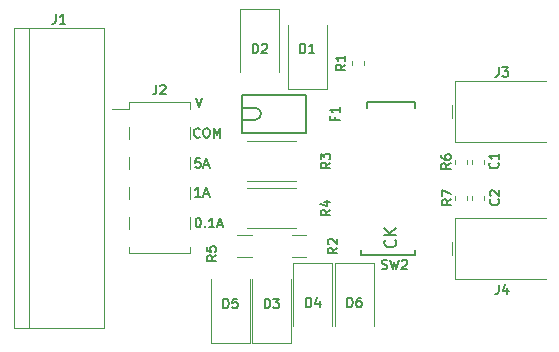
<source format=gto>
G04 #@! TF.GenerationSoftware,KiCad,Pcbnew,5.1.9-73d0e3b20d~88~ubuntu20.04.1*
G04 #@! TF.CreationDate,2021-08-23T08:34:32+03:00*
G04 #@! TF.ProjectId,multirange_adapter,6d756c74-6972-4616-9e67-655f61646170,rev?*
G04 #@! TF.SameCoordinates,Original*
G04 #@! TF.FileFunction,Legend,Top*
G04 #@! TF.FilePolarity,Positive*
%FSLAX46Y46*%
G04 Gerber Fmt 4.6, Leading zero omitted, Abs format (unit mm)*
G04 Created by KiCad (PCBNEW 5.1.9-73d0e3b20d~88~ubuntu20.04.1) date 2021-08-23 08:34:32*
%MOMM*%
%LPD*%
G01*
G04 APERTURE LIST*
%ADD10C,0.150000*%
%ADD11C,0.120000*%
%ADD12C,0.350000*%
%ADD13R,2.600000X1.100000*%
%ADD14R,3.150000X1.000000*%
%ADD15C,5.500000*%
%ADD16C,3.000000*%
%ADD17R,3.000000X3.000000*%
%ADD18R,1.800000X2.500000*%
G04 APERTURE END LIST*
D10*
X88247619Y-106311904D02*
X88323809Y-106311904D01*
X88400000Y-106350000D01*
X88438095Y-106388095D01*
X88476190Y-106464285D01*
X88514285Y-106616666D01*
X88514285Y-106807142D01*
X88476190Y-106959523D01*
X88438095Y-107035714D01*
X88400000Y-107073809D01*
X88323809Y-107111904D01*
X88247619Y-107111904D01*
X88171428Y-107073809D01*
X88133333Y-107035714D01*
X88095238Y-106959523D01*
X88057142Y-106807142D01*
X88057142Y-106616666D01*
X88095238Y-106464285D01*
X88133333Y-106388095D01*
X88171428Y-106350000D01*
X88247619Y-106311904D01*
X88857142Y-107035714D02*
X88895238Y-107073809D01*
X88857142Y-107111904D01*
X88819047Y-107073809D01*
X88857142Y-107035714D01*
X88857142Y-107111904D01*
X89657142Y-107111904D02*
X89200000Y-107111904D01*
X89428571Y-107111904D02*
X89428571Y-106311904D01*
X89352380Y-106426190D01*
X89276190Y-106502380D01*
X89200000Y-106540476D01*
X89961904Y-106883333D02*
X90342857Y-106883333D01*
X89885714Y-107111904D02*
X90152380Y-106311904D01*
X90419047Y-107111904D01*
X88485714Y-104511904D02*
X88028571Y-104511904D01*
X88257142Y-104511904D02*
X88257142Y-103711904D01*
X88180952Y-103826190D01*
X88104761Y-103902380D01*
X88028571Y-103940476D01*
X88790476Y-104283333D02*
X89171428Y-104283333D01*
X88714285Y-104511904D02*
X88980952Y-103711904D01*
X89247619Y-104511904D01*
X88447619Y-101261904D02*
X88066666Y-101261904D01*
X88028571Y-101642857D01*
X88066666Y-101604761D01*
X88142857Y-101566666D01*
X88333333Y-101566666D01*
X88409523Y-101604761D01*
X88447619Y-101642857D01*
X88485714Y-101719047D01*
X88485714Y-101909523D01*
X88447619Y-101985714D01*
X88409523Y-102023809D01*
X88333333Y-102061904D01*
X88142857Y-102061904D01*
X88066666Y-102023809D01*
X88028571Y-101985714D01*
X88790476Y-101833333D02*
X89171428Y-101833333D01*
X88714285Y-102061904D02*
X88980952Y-101261904D01*
X89247619Y-102061904D01*
X88421428Y-99435714D02*
X88383333Y-99473809D01*
X88269047Y-99511904D01*
X88192857Y-99511904D01*
X88078571Y-99473809D01*
X88002380Y-99397619D01*
X87964285Y-99321428D01*
X87926190Y-99169047D01*
X87926190Y-99054761D01*
X87964285Y-98902380D01*
X88002380Y-98826190D01*
X88078571Y-98750000D01*
X88192857Y-98711904D01*
X88269047Y-98711904D01*
X88383333Y-98750000D01*
X88421428Y-98788095D01*
X88916666Y-98711904D02*
X89069047Y-98711904D01*
X89145238Y-98750000D01*
X89221428Y-98826190D01*
X89259523Y-98978571D01*
X89259523Y-99245238D01*
X89221428Y-99397619D01*
X89145238Y-99473809D01*
X89069047Y-99511904D01*
X88916666Y-99511904D01*
X88840476Y-99473809D01*
X88764285Y-99397619D01*
X88726190Y-99245238D01*
X88726190Y-98978571D01*
X88764285Y-98826190D01*
X88840476Y-98750000D01*
X88916666Y-98711904D01*
X89602380Y-99511904D02*
X89602380Y-98711904D01*
X89869047Y-99283333D01*
X90135714Y-98711904D01*
X90135714Y-99511904D01*
X88083333Y-96161904D02*
X88350000Y-96961904D01*
X88616666Y-96161904D01*
D11*
G04 #@! TO.C,J4*
X117690000Y-111460000D02*
X109990000Y-111460000D01*
X109990000Y-106340000D02*
X109990000Y-111460000D01*
X117690000Y-106340000D02*
X109990000Y-106340000D01*
X109790000Y-109450000D02*
X109790000Y-108350000D01*
G04 #@! TO.C,J3*
X117690000Y-99860000D02*
X109990000Y-99860000D01*
X109990000Y-94740000D02*
X109990000Y-99860000D01*
X117690000Y-94740000D02*
X109990000Y-94740000D01*
X109790000Y-97850000D02*
X109790000Y-96750000D01*
G04 #@! TO.C,C2*
X112510000Y-104762779D02*
X112510000Y-104437221D01*
X111490000Y-104762779D02*
X111490000Y-104437221D01*
G04 #@! TO.C,C1*
X111490000Y-101424721D02*
X111490000Y-101750279D01*
X112510000Y-101424721D02*
X112510000Y-101750279D01*
G04 #@! TO.C,R7*
X111010000Y-104762779D02*
X111010000Y-104437221D01*
X109990000Y-104762779D02*
X109990000Y-104437221D01*
G04 #@! TO.C,R6*
X109990000Y-101437221D02*
X109990000Y-101762779D01*
X111010000Y-101437221D02*
X111010000Y-101762779D01*
G04 #@! TO.C,R1*
X102310000Y-93362779D02*
X102310000Y-93037221D01*
X101290000Y-93362779D02*
X101290000Y-93037221D01*
G04 #@! TO.C,J2*
X87600000Y-106200000D02*
X87600000Y-107220000D01*
X82400000Y-106200000D02*
X82400000Y-107220000D01*
X87600000Y-103660000D02*
X87600000Y-104680000D01*
X82400000Y-103660000D02*
X82400000Y-104680000D01*
X87600000Y-101120000D02*
X87600000Y-102140000D01*
X82400000Y-101120000D02*
X82400000Y-102140000D01*
X87600000Y-98580000D02*
X87600000Y-99600000D01*
X82400000Y-98580000D02*
X82400000Y-99600000D01*
X87600000Y-108740000D02*
X87600000Y-109310000D01*
X82400000Y-108740000D02*
X82400000Y-109310000D01*
X87600000Y-96490000D02*
X87600000Y-97060000D01*
X82400000Y-96490000D02*
X82400000Y-97060000D01*
X80960000Y-97060000D02*
X82400000Y-97060000D01*
X82400000Y-109310000D02*
X87600000Y-109310000D01*
X82400000Y-96490000D02*
X87600000Y-96490000D01*
G04 #@! TO.C,R3*
X96552064Y-99790000D02*
X92447936Y-99790000D01*
X96552064Y-103210000D02*
X92447936Y-103210000D01*
G04 #@! TO.C,R5*
X92802064Y-107790000D02*
X91597936Y-107790000D01*
X92802064Y-109610000D02*
X91597936Y-109610000D01*
G04 #@! TO.C,R2*
X96197936Y-109610000D02*
X97402064Y-109610000D01*
X96197936Y-107790000D02*
X97402064Y-107790000D01*
D10*
G04 #@! TO.C,SW2*
X102100000Y-109500000D02*
X102100000Y-109000000D01*
X106600000Y-109500000D02*
X102100000Y-109500000D01*
X106600000Y-109000000D02*
X106600000Y-109500000D01*
X102600000Y-96500000D02*
X102600000Y-97000000D01*
X106600000Y-96500000D02*
X102600000Y-96500000D01*
X106600000Y-97000000D02*
X106600000Y-96500000D01*
D11*
G04 #@! TO.C,R4*
X96552064Y-103790000D02*
X92447936Y-103790000D01*
X96552064Y-107210000D02*
X92447936Y-107210000D01*
G04 #@! TO.C,J1*
X80310000Y-90260000D02*
X72690000Y-90260000D01*
X80310000Y-115660000D02*
X72690000Y-115660000D01*
X80310000Y-90260000D02*
X80310000Y-115660000D01*
X73960000Y-90260000D02*
X73960000Y-115660000D01*
X72690000Y-90260000D02*
X72690000Y-115660000D01*
D10*
G04 #@! TO.C,F1*
X93100000Y-98000000D02*
X92000000Y-98000000D01*
X93100000Y-97000000D02*
X92000000Y-97000000D01*
X97400000Y-95900000D02*
X92000000Y-95900000D01*
X97400000Y-99100000D02*
X97400000Y-95900000D01*
X92000000Y-99100000D02*
X97400000Y-99100000D01*
X92000000Y-95900000D02*
X92000000Y-99100000D01*
X93100000Y-97000000D02*
G75*
G02*
X93100000Y-98000000I0J-500000D01*
G01*
D11*
G04 #@! TO.C,D6*
X103150000Y-110100000D02*
X103150000Y-115500000D01*
X99850000Y-110100000D02*
X99850000Y-115500000D01*
X103150000Y-110100000D02*
X99850000Y-110100000D01*
G04 #@! TO.C,D4*
X99650000Y-110100000D02*
X99650000Y-115500000D01*
X96350000Y-110100000D02*
X96350000Y-115500000D01*
X99650000Y-110100000D02*
X96350000Y-110100000D01*
G04 #@! TO.C,D2*
X95150000Y-88600000D02*
X95150000Y-94000000D01*
X91850000Y-88600000D02*
X91850000Y-94000000D01*
X95150000Y-88600000D02*
X91850000Y-88600000D01*
G04 #@! TO.C,D5*
X89350000Y-116900000D02*
X89350000Y-111500000D01*
X92650000Y-116900000D02*
X92650000Y-111500000D01*
X89350000Y-116900000D02*
X92650000Y-116900000D01*
G04 #@! TO.C,D3*
X92850000Y-116900000D02*
X92850000Y-111500000D01*
X96150000Y-116900000D02*
X96150000Y-111500000D01*
X92850000Y-116900000D02*
X96150000Y-116900000D01*
G04 #@! TO.C,D1*
X95850000Y-95400000D02*
X95850000Y-90000000D01*
X99150000Y-95400000D02*
X99150000Y-90000000D01*
X95850000Y-95400000D02*
X99150000Y-95400000D01*
G04 #@! TO.C,J4*
D10*
X113733333Y-111961904D02*
X113733333Y-112533333D01*
X113695238Y-112647619D01*
X113619047Y-112723809D01*
X113504761Y-112761904D01*
X113428571Y-112761904D01*
X114457142Y-112228571D02*
X114457142Y-112761904D01*
X114266666Y-111923809D02*
X114076190Y-112495238D01*
X114571428Y-112495238D01*
G04 #@! TO.C,J3*
X113733333Y-93561904D02*
X113733333Y-94133333D01*
X113695238Y-94247619D01*
X113619047Y-94323809D01*
X113504761Y-94361904D01*
X113428571Y-94361904D01*
X114038095Y-93561904D02*
X114533333Y-93561904D01*
X114266666Y-93866666D01*
X114380952Y-93866666D01*
X114457142Y-93904761D01*
X114495238Y-93942857D01*
X114533333Y-94019047D01*
X114533333Y-94209523D01*
X114495238Y-94285714D01*
X114457142Y-94323809D01*
X114380952Y-94361904D01*
X114152380Y-94361904D01*
X114076190Y-94323809D01*
X114038095Y-94285714D01*
G04 #@! TO.C,C2*
X113685714Y-104733333D02*
X113723809Y-104771428D01*
X113761904Y-104885714D01*
X113761904Y-104961904D01*
X113723809Y-105076190D01*
X113647619Y-105152380D01*
X113571428Y-105190476D01*
X113419047Y-105228571D01*
X113304761Y-105228571D01*
X113152380Y-105190476D01*
X113076190Y-105152380D01*
X113000000Y-105076190D01*
X112961904Y-104961904D01*
X112961904Y-104885714D01*
X113000000Y-104771428D01*
X113038095Y-104733333D01*
X113038095Y-104428571D02*
X113000000Y-104390476D01*
X112961904Y-104314285D01*
X112961904Y-104123809D01*
X113000000Y-104047619D01*
X113038095Y-104009523D01*
X113114285Y-103971428D01*
X113190476Y-103971428D01*
X113304761Y-104009523D01*
X113761904Y-104466666D01*
X113761904Y-103971428D01*
G04 #@! TO.C,C1*
X113635714Y-101633333D02*
X113673809Y-101671428D01*
X113711904Y-101785714D01*
X113711904Y-101861904D01*
X113673809Y-101976190D01*
X113597619Y-102052380D01*
X113521428Y-102090476D01*
X113369047Y-102128571D01*
X113254761Y-102128571D01*
X113102380Y-102090476D01*
X113026190Y-102052380D01*
X112950000Y-101976190D01*
X112911904Y-101861904D01*
X112911904Y-101785714D01*
X112950000Y-101671428D01*
X112988095Y-101633333D01*
X113711904Y-100871428D02*
X113711904Y-101328571D01*
X113711904Y-101100000D02*
X112911904Y-101100000D01*
X113026190Y-101176190D01*
X113102380Y-101252380D01*
X113140476Y-101328571D01*
G04 #@! TO.C,R7*
X109711904Y-104733333D02*
X109330952Y-105000000D01*
X109711904Y-105190476D02*
X108911904Y-105190476D01*
X108911904Y-104885714D01*
X108950000Y-104809523D01*
X108988095Y-104771428D01*
X109064285Y-104733333D01*
X109178571Y-104733333D01*
X109254761Y-104771428D01*
X109292857Y-104809523D01*
X109330952Y-104885714D01*
X109330952Y-105190476D01*
X108911904Y-104466666D02*
X108911904Y-103933333D01*
X109711904Y-104276190D01*
G04 #@! TO.C,R6*
X109661904Y-101683333D02*
X109280952Y-101950000D01*
X109661904Y-102140476D02*
X108861904Y-102140476D01*
X108861904Y-101835714D01*
X108900000Y-101759523D01*
X108938095Y-101721428D01*
X109014285Y-101683333D01*
X109128571Y-101683333D01*
X109204761Y-101721428D01*
X109242857Y-101759523D01*
X109280952Y-101835714D01*
X109280952Y-102140476D01*
X108861904Y-100997619D02*
X108861904Y-101150000D01*
X108900000Y-101226190D01*
X108938095Y-101264285D01*
X109052380Y-101340476D01*
X109204761Y-101378571D01*
X109509523Y-101378571D01*
X109585714Y-101340476D01*
X109623809Y-101302380D01*
X109661904Y-101226190D01*
X109661904Y-101073809D01*
X109623809Y-100997619D01*
X109585714Y-100959523D01*
X109509523Y-100921428D01*
X109319047Y-100921428D01*
X109242857Y-100959523D01*
X109204761Y-100997619D01*
X109166666Y-101073809D01*
X109166666Y-101226190D01*
X109204761Y-101302380D01*
X109242857Y-101340476D01*
X109319047Y-101378571D01*
G04 #@! TO.C,R1*
X100731904Y-93333333D02*
X100350952Y-93600000D01*
X100731904Y-93790476D02*
X99931904Y-93790476D01*
X99931904Y-93485714D01*
X99970000Y-93409523D01*
X100008095Y-93371428D01*
X100084285Y-93333333D01*
X100198571Y-93333333D01*
X100274761Y-93371428D01*
X100312857Y-93409523D01*
X100350952Y-93485714D01*
X100350952Y-93790476D01*
X100731904Y-92571428D02*
X100731904Y-93028571D01*
X100731904Y-92800000D02*
X99931904Y-92800000D01*
X100046190Y-92876190D01*
X100122380Y-92952380D01*
X100160476Y-93028571D01*
G04 #@! TO.C,J2*
X84733333Y-95051904D02*
X84733333Y-95623333D01*
X84695238Y-95737619D01*
X84619047Y-95813809D01*
X84504761Y-95851904D01*
X84428571Y-95851904D01*
X85076190Y-95128095D02*
X85114285Y-95090000D01*
X85190476Y-95051904D01*
X85380952Y-95051904D01*
X85457142Y-95090000D01*
X85495238Y-95128095D01*
X85533333Y-95204285D01*
X85533333Y-95280476D01*
X85495238Y-95394761D01*
X85038095Y-95851904D01*
X85533333Y-95851904D01*
G04 #@! TO.C,R3*
X99461904Y-101633333D02*
X99080952Y-101900000D01*
X99461904Y-102090476D02*
X98661904Y-102090476D01*
X98661904Y-101785714D01*
X98700000Y-101709523D01*
X98738095Y-101671428D01*
X98814285Y-101633333D01*
X98928571Y-101633333D01*
X99004761Y-101671428D01*
X99042857Y-101709523D01*
X99080952Y-101785714D01*
X99080952Y-102090476D01*
X98661904Y-101366666D02*
X98661904Y-100871428D01*
X98966666Y-101138095D01*
X98966666Y-101023809D01*
X99004761Y-100947619D01*
X99042857Y-100909523D01*
X99119047Y-100871428D01*
X99309523Y-100871428D01*
X99385714Y-100909523D01*
X99423809Y-100947619D01*
X99461904Y-101023809D01*
X99461904Y-101252380D01*
X99423809Y-101328571D01*
X99385714Y-101366666D01*
G04 #@! TO.C,R5*
X89811904Y-109483333D02*
X89430952Y-109750000D01*
X89811904Y-109940476D02*
X89011904Y-109940476D01*
X89011904Y-109635714D01*
X89050000Y-109559523D01*
X89088095Y-109521428D01*
X89164285Y-109483333D01*
X89278571Y-109483333D01*
X89354761Y-109521428D01*
X89392857Y-109559523D01*
X89430952Y-109635714D01*
X89430952Y-109940476D01*
X89011904Y-108759523D02*
X89011904Y-109140476D01*
X89392857Y-109178571D01*
X89354761Y-109140476D01*
X89316666Y-109064285D01*
X89316666Y-108873809D01*
X89354761Y-108797619D01*
X89392857Y-108759523D01*
X89469047Y-108721428D01*
X89659523Y-108721428D01*
X89735714Y-108759523D01*
X89773809Y-108797619D01*
X89811904Y-108873809D01*
X89811904Y-109064285D01*
X89773809Y-109140476D01*
X89735714Y-109178571D01*
G04 #@! TO.C,R2*
X100061904Y-108833333D02*
X99680952Y-109100000D01*
X100061904Y-109290476D02*
X99261904Y-109290476D01*
X99261904Y-108985714D01*
X99300000Y-108909523D01*
X99338095Y-108871428D01*
X99414285Y-108833333D01*
X99528571Y-108833333D01*
X99604761Y-108871428D01*
X99642857Y-108909523D01*
X99680952Y-108985714D01*
X99680952Y-109290476D01*
X99338095Y-108528571D02*
X99300000Y-108490476D01*
X99261904Y-108414285D01*
X99261904Y-108223809D01*
X99300000Y-108147619D01*
X99338095Y-108109523D01*
X99414285Y-108071428D01*
X99490476Y-108071428D01*
X99604761Y-108109523D01*
X100061904Y-108566666D01*
X100061904Y-108071428D01*
G04 #@! TO.C,SW2*
X103833333Y-110623809D02*
X103947619Y-110661904D01*
X104138095Y-110661904D01*
X104214285Y-110623809D01*
X104252380Y-110585714D01*
X104290476Y-110509523D01*
X104290476Y-110433333D01*
X104252380Y-110357142D01*
X104214285Y-110319047D01*
X104138095Y-110280952D01*
X103985714Y-110242857D01*
X103909523Y-110204761D01*
X103871428Y-110166666D01*
X103833333Y-110090476D01*
X103833333Y-110014285D01*
X103871428Y-109938095D01*
X103909523Y-109900000D01*
X103985714Y-109861904D01*
X104176190Y-109861904D01*
X104290476Y-109900000D01*
X104557142Y-109861904D02*
X104747619Y-110661904D01*
X104900000Y-110090476D01*
X105052380Y-110661904D01*
X105242857Y-109861904D01*
X105509523Y-109938095D02*
X105547619Y-109900000D01*
X105623809Y-109861904D01*
X105814285Y-109861904D01*
X105890476Y-109900000D01*
X105928571Y-109938095D01*
X105966666Y-110014285D01*
X105966666Y-110090476D01*
X105928571Y-110204761D01*
X105471428Y-110661904D01*
X105966666Y-110661904D01*
X104957142Y-108190476D02*
X105004761Y-108238095D01*
X105052380Y-108380952D01*
X105052380Y-108476190D01*
X105004761Y-108619047D01*
X104909523Y-108714285D01*
X104814285Y-108761904D01*
X104623809Y-108809523D01*
X104480952Y-108809523D01*
X104290476Y-108761904D01*
X104195238Y-108714285D01*
X104100000Y-108619047D01*
X104052380Y-108476190D01*
X104052380Y-108380952D01*
X104100000Y-108238095D01*
X104147619Y-108190476D01*
X105052380Y-107761904D02*
X104052380Y-107761904D01*
X105052380Y-107190476D02*
X104480952Y-107619047D01*
X104052380Y-107190476D02*
X104623809Y-107761904D01*
G04 #@! TO.C,R4*
X99461904Y-105633333D02*
X99080952Y-105900000D01*
X99461904Y-106090476D02*
X98661904Y-106090476D01*
X98661904Y-105785714D01*
X98700000Y-105709523D01*
X98738095Y-105671428D01*
X98814285Y-105633333D01*
X98928571Y-105633333D01*
X99004761Y-105671428D01*
X99042857Y-105709523D01*
X99080952Y-105785714D01*
X99080952Y-106090476D01*
X98928571Y-104947619D02*
X99461904Y-104947619D01*
X98623809Y-105138095D02*
X99195238Y-105328571D01*
X99195238Y-104833333D01*
G04 #@! TO.C,J1*
X76233333Y-89061904D02*
X76233333Y-89633333D01*
X76195238Y-89747619D01*
X76119047Y-89823809D01*
X76004761Y-89861904D01*
X75928571Y-89861904D01*
X77033333Y-89861904D02*
X76576190Y-89861904D01*
X76804761Y-89861904D02*
X76804761Y-89061904D01*
X76728571Y-89176190D01*
X76652380Y-89252380D01*
X76576190Y-89290476D01*
G04 #@! TO.C,F1*
X99842857Y-97766666D02*
X99842857Y-98033333D01*
X100261904Y-98033333D02*
X99461904Y-98033333D01*
X99461904Y-97652380D01*
X100261904Y-96928571D02*
X100261904Y-97385714D01*
X100261904Y-97157142D02*
X99461904Y-97157142D01*
X99576190Y-97233333D01*
X99652380Y-97309523D01*
X99690476Y-97385714D01*
G04 #@! TO.C,D6*
X100909523Y-113861904D02*
X100909523Y-113061904D01*
X101100000Y-113061904D01*
X101214285Y-113100000D01*
X101290476Y-113176190D01*
X101328571Y-113252380D01*
X101366666Y-113404761D01*
X101366666Y-113519047D01*
X101328571Y-113671428D01*
X101290476Y-113747619D01*
X101214285Y-113823809D01*
X101100000Y-113861904D01*
X100909523Y-113861904D01*
X102052380Y-113061904D02*
X101900000Y-113061904D01*
X101823809Y-113100000D01*
X101785714Y-113138095D01*
X101709523Y-113252380D01*
X101671428Y-113404761D01*
X101671428Y-113709523D01*
X101709523Y-113785714D01*
X101747619Y-113823809D01*
X101823809Y-113861904D01*
X101976190Y-113861904D01*
X102052380Y-113823809D01*
X102090476Y-113785714D01*
X102128571Y-113709523D01*
X102128571Y-113519047D01*
X102090476Y-113442857D01*
X102052380Y-113404761D01*
X101976190Y-113366666D01*
X101823809Y-113366666D01*
X101747619Y-113404761D01*
X101709523Y-113442857D01*
X101671428Y-113519047D01*
G04 #@! TO.C,D4*
X97409523Y-113861904D02*
X97409523Y-113061904D01*
X97600000Y-113061904D01*
X97714285Y-113100000D01*
X97790476Y-113176190D01*
X97828571Y-113252380D01*
X97866666Y-113404761D01*
X97866666Y-113519047D01*
X97828571Y-113671428D01*
X97790476Y-113747619D01*
X97714285Y-113823809D01*
X97600000Y-113861904D01*
X97409523Y-113861904D01*
X98552380Y-113328571D02*
X98552380Y-113861904D01*
X98361904Y-113023809D02*
X98171428Y-113595238D01*
X98666666Y-113595238D01*
G04 #@! TO.C,D2*
X92909523Y-92361904D02*
X92909523Y-91561904D01*
X93100000Y-91561904D01*
X93214285Y-91600000D01*
X93290476Y-91676190D01*
X93328571Y-91752380D01*
X93366666Y-91904761D01*
X93366666Y-92019047D01*
X93328571Y-92171428D01*
X93290476Y-92247619D01*
X93214285Y-92323809D01*
X93100000Y-92361904D01*
X92909523Y-92361904D01*
X93671428Y-91638095D02*
X93709523Y-91600000D01*
X93785714Y-91561904D01*
X93976190Y-91561904D01*
X94052380Y-91600000D01*
X94090476Y-91638095D01*
X94128571Y-91714285D01*
X94128571Y-91790476D01*
X94090476Y-91904761D01*
X93633333Y-92361904D01*
X94128571Y-92361904D01*
G04 #@! TO.C,D5*
X90409523Y-113961904D02*
X90409523Y-113161904D01*
X90600000Y-113161904D01*
X90714285Y-113200000D01*
X90790476Y-113276190D01*
X90828571Y-113352380D01*
X90866666Y-113504761D01*
X90866666Y-113619047D01*
X90828571Y-113771428D01*
X90790476Y-113847619D01*
X90714285Y-113923809D01*
X90600000Y-113961904D01*
X90409523Y-113961904D01*
X91590476Y-113161904D02*
X91209523Y-113161904D01*
X91171428Y-113542857D01*
X91209523Y-113504761D01*
X91285714Y-113466666D01*
X91476190Y-113466666D01*
X91552380Y-113504761D01*
X91590476Y-113542857D01*
X91628571Y-113619047D01*
X91628571Y-113809523D01*
X91590476Y-113885714D01*
X91552380Y-113923809D01*
X91476190Y-113961904D01*
X91285714Y-113961904D01*
X91209523Y-113923809D01*
X91171428Y-113885714D01*
G04 #@! TO.C,D3*
X93909523Y-113961904D02*
X93909523Y-113161904D01*
X94100000Y-113161904D01*
X94214285Y-113200000D01*
X94290476Y-113276190D01*
X94328571Y-113352380D01*
X94366666Y-113504761D01*
X94366666Y-113619047D01*
X94328571Y-113771428D01*
X94290476Y-113847619D01*
X94214285Y-113923809D01*
X94100000Y-113961904D01*
X93909523Y-113961904D01*
X94633333Y-113161904D02*
X95128571Y-113161904D01*
X94861904Y-113466666D01*
X94976190Y-113466666D01*
X95052380Y-113504761D01*
X95090476Y-113542857D01*
X95128571Y-113619047D01*
X95128571Y-113809523D01*
X95090476Y-113885714D01*
X95052380Y-113923809D01*
X94976190Y-113961904D01*
X94747619Y-113961904D01*
X94671428Y-113923809D01*
X94633333Y-113885714D01*
G04 #@! TO.C,D1*
X96909523Y-92361904D02*
X96909523Y-91561904D01*
X97100000Y-91561904D01*
X97214285Y-91600000D01*
X97290476Y-91676190D01*
X97328571Y-91752380D01*
X97366666Y-91904761D01*
X97366666Y-92019047D01*
X97328571Y-92171428D01*
X97290476Y-92247619D01*
X97214285Y-92323809D01*
X97100000Y-92361904D01*
X96909523Y-92361904D01*
X98128571Y-92361904D02*
X97671428Y-92361904D01*
X97900000Y-92361904D02*
X97900000Y-91561904D01*
X97823809Y-91676190D01*
X97747619Y-91752380D01*
X97671428Y-91790476D01*
G04 #@! TD*
%LPC*%
D12*
G04 #@! TO.C,J4*
G36*
X110250000Y-106600000D02*
G01*
X117750000Y-106600000D01*
X117750000Y-106950000D01*
X113050000Y-106950000D01*
X113050000Y-108150000D01*
X110250000Y-108150000D01*
X110250000Y-106600000D01*
G37*
G36*
X110250000Y-109650000D02*
G01*
X113050000Y-109650000D01*
X113050000Y-110850000D01*
X117750000Y-110850000D01*
X117750000Y-111200000D01*
X110250000Y-111200000D01*
X110250000Y-109650000D01*
G37*
D13*
X111550000Y-108900000D03*
G04 #@! TD*
D12*
G04 #@! TO.C,J3*
G36*
X110250000Y-95000000D02*
G01*
X117750000Y-95000000D01*
X117750000Y-95350000D01*
X113050000Y-95350000D01*
X113050000Y-96550000D01*
X110250000Y-96550000D01*
X110250000Y-95000000D01*
G37*
G36*
X110250000Y-98050000D02*
G01*
X113050000Y-98050000D01*
X113050000Y-99250000D01*
X117750000Y-99250000D01*
X117750000Y-99600000D01*
X110250000Y-99600000D01*
X110250000Y-98050000D01*
G37*
D13*
X111550000Y-97300000D03*
G04 #@! TD*
G04 #@! TO.C,C2*
G36*
G01*
X112256250Y-104250000D02*
X111743750Y-104250000D01*
G75*
G02*
X111525000Y-104031250I0J218750D01*
G01*
X111525000Y-103593750D01*
G75*
G02*
X111743750Y-103375000I218750J0D01*
G01*
X112256250Y-103375000D01*
G75*
G02*
X112475000Y-103593750I0J-218750D01*
G01*
X112475000Y-104031250D01*
G75*
G02*
X112256250Y-104250000I-218750J0D01*
G01*
G37*
G36*
G01*
X112256250Y-105825000D02*
X111743750Y-105825000D01*
G75*
G02*
X111525000Y-105606250I0J218750D01*
G01*
X111525000Y-105168750D01*
G75*
G02*
X111743750Y-104950000I218750J0D01*
G01*
X112256250Y-104950000D01*
G75*
G02*
X112475000Y-105168750I0J-218750D01*
G01*
X112475000Y-105606250D01*
G75*
G02*
X112256250Y-105825000I-218750J0D01*
G01*
G37*
G04 #@! TD*
G04 #@! TO.C,C1*
G36*
G01*
X111743750Y-101937500D02*
X112256250Y-101937500D01*
G75*
G02*
X112475000Y-102156250I0J-218750D01*
G01*
X112475000Y-102593750D01*
G75*
G02*
X112256250Y-102812500I-218750J0D01*
G01*
X111743750Y-102812500D01*
G75*
G02*
X111525000Y-102593750I0J218750D01*
G01*
X111525000Y-102156250D01*
G75*
G02*
X111743750Y-101937500I218750J0D01*
G01*
G37*
G36*
G01*
X111743750Y-100362500D02*
X112256250Y-100362500D01*
G75*
G02*
X112475000Y-100581250I0J-218750D01*
G01*
X112475000Y-101018750D01*
G75*
G02*
X112256250Y-101237500I-218750J0D01*
G01*
X111743750Y-101237500D01*
G75*
G02*
X111525000Y-101018750I0J218750D01*
G01*
X111525000Y-100581250D01*
G75*
G02*
X111743750Y-100362500I218750J0D01*
G01*
G37*
G04 #@! TD*
G04 #@! TO.C,R7*
G36*
G01*
X110756250Y-104250000D02*
X110243750Y-104250000D01*
G75*
G02*
X110025000Y-104031250I0J218750D01*
G01*
X110025000Y-103593750D01*
G75*
G02*
X110243750Y-103375000I218750J0D01*
G01*
X110756250Y-103375000D01*
G75*
G02*
X110975000Y-103593750I0J-218750D01*
G01*
X110975000Y-104031250D01*
G75*
G02*
X110756250Y-104250000I-218750J0D01*
G01*
G37*
G36*
G01*
X110756250Y-105825000D02*
X110243750Y-105825000D01*
G75*
G02*
X110025000Y-105606250I0J218750D01*
G01*
X110025000Y-105168750D01*
G75*
G02*
X110243750Y-104950000I218750J0D01*
G01*
X110756250Y-104950000D01*
G75*
G02*
X110975000Y-105168750I0J-218750D01*
G01*
X110975000Y-105606250D01*
G75*
G02*
X110756250Y-105825000I-218750J0D01*
G01*
G37*
G04 #@! TD*
G04 #@! TO.C,R6*
G36*
G01*
X110243750Y-101950000D02*
X110756250Y-101950000D01*
G75*
G02*
X110975000Y-102168750I0J-218750D01*
G01*
X110975000Y-102606250D01*
G75*
G02*
X110756250Y-102825000I-218750J0D01*
G01*
X110243750Y-102825000D01*
G75*
G02*
X110025000Y-102606250I0J218750D01*
G01*
X110025000Y-102168750D01*
G75*
G02*
X110243750Y-101950000I218750J0D01*
G01*
G37*
G36*
G01*
X110243750Y-100375000D02*
X110756250Y-100375000D01*
G75*
G02*
X110975000Y-100593750I0J-218750D01*
G01*
X110975000Y-101031250D01*
G75*
G02*
X110756250Y-101250000I-218750J0D01*
G01*
X110243750Y-101250000D01*
G75*
G02*
X110025000Y-101031250I0J218750D01*
G01*
X110025000Y-100593750D01*
G75*
G02*
X110243750Y-100375000I218750J0D01*
G01*
G37*
G04 #@! TD*
G04 #@! TO.C,R1*
G36*
G01*
X102056250Y-92850000D02*
X101543750Y-92850000D01*
G75*
G02*
X101325000Y-92631250I0J218750D01*
G01*
X101325000Y-92193750D01*
G75*
G02*
X101543750Y-91975000I218750J0D01*
G01*
X102056250Y-91975000D01*
G75*
G02*
X102275000Y-92193750I0J-218750D01*
G01*
X102275000Y-92631250D01*
G75*
G02*
X102056250Y-92850000I-218750J0D01*
G01*
G37*
G36*
G01*
X102056250Y-94425000D02*
X101543750Y-94425000D01*
G75*
G02*
X101325000Y-94206250I0J218750D01*
G01*
X101325000Y-93768750D01*
G75*
G02*
X101543750Y-93550000I218750J0D01*
G01*
X102056250Y-93550000D01*
G75*
G02*
X102275000Y-93768750I0J-218750D01*
G01*
X102275000Y-94206250D01*
G75*
G02*
X102056250Y-94425000I-218750J0D01*
G01*
G37*
G04 #@! TD*
D14*
G04 #@! TO.C,J2*
X87525000Y-107980000D03*
X82475000Y-107980000D03*
X87525000Y-105440000D03*
X82475000Y-105440000D03*
X87525000Y-102900000D03*
X82475000Y-102900000D03*
X87525000Y-100360000D03*
X82475000Y-100360000D03*
X87525000Y-97820000D03*
X82475000Y-97820000D03*
G04 #@! TD*
D15*
G04 #@! TO.C,H4*
X107300000Y-114500000D03*
G04 #@! TD*
G04 #@! TO.C,H3*
X107600000Y-91500000D03*
G04 #@! TD*
G04 #@! TO.C,H2*
X86000000Y-114500000D03*
G04 #@! TD*
G04 #@! TO.C,H1*
X86000000Y-91500000D03*
G04 #@! TD*
G04 #@! TO.C,R3*
G36*
G01*
X92275000Y-100074999D02*
X92275000Y-102925001D01*
G75*
G02*
X92025001Y-103175000I-249999J0D01*
G01*
X91174999Y-103175000D01*
G75*
G02*
X90925000Y-102925001I0J249999D01*
G01*
X90925000Y-100074999D01*
G75*
G02*
X91174999Y-99825000I249999J0D01*
G01*
X92025001Y-99825000D01*
G75*
G02*
X92275000Y-100074999I0J-249999D01*
G01*
G37*
G36*
G01*
X98075000Y-100074999D02*
X98075000Y-102925001D01*
G75*
G02*
X97825001Y-103175000I-249999J0D01*
G01*
X96974999Y-103175000D01*
G75*
G02*
X96725000Y-102925001I0J249999D01*
G01*
X96725000Y-100074999D01*
G75*
G02*
X96974999Y-99825000I249999J0D01*
G01*
X97825001Y-99825000D01*
G75*
G02*
X98075000Y-100074999I0J-249999D01*
G01*
G37*
G04 #@! TD*
G04 #@! TO.C,R5*
G36*
G01*
X91425000Y-108075000D02*
X91425000Y-109325000D01*
G75*
G02*
X91175000Y-109575000I-250000J0D01*
G01*
X90425000Y-109575000D01*
G75*
G02*
X90175000Y-109325000I0J250000D01*
G01*
X90175000Y-108075000D01*
G75*
G02*
X90425000Y-107825000I250000J0D01*
G01*
X91175000Y-107825000D01*
G75*
G02*
X91425000Y-108075000I0J-250000D01*
G01*
G37*
G36*
G01*
X94225000Y-108075000D02*
X94225000Y-109325000D01*
G75*
G02*
X93975000Y-109575000I-250000J0D01*
G01*
X93225000Y-109575000D01*
G75*
G02*
X92975000Y-109325000I0J250000D01*
G01*
X92975000Y-108075000D01*
G75*
G02*
X93225000Y-107825000I250000J0D01*
G01*
X93975000Y-107825000D01*
G75*
G02*
X94225000Y-108075000I0J-250000D01*
G01*
G37*
G04 #@! TD*
G04 #@! TO.C,R2*
G36*
G01*
X97575000Y-109325000D02*
X97575000Y-108075000D01*
G75*
G02*
X97825000Y-107825000I250000J0D01*
G01*
X98575000Y-107825000D01*
G75*
G02*
X98825000Y-108075000I0J-250000D01*
G01*
X98825000Y-109325000D01*
G75*
G02*
X98575000Y-109575000I-250000J0D01*
G01*
X97825000Y-109575000D01*
G75*
G02*
X97575000Y-109325000I0J250000D01*
G01*
G37*
G36*
G01*
X94775000Y-109325000D02*
X94775000Y-108075000D01*
G75*
G02*
X95025000Y-107825000I250000J0D01*
G01*
X95775000Y-107825000D01*
G75*
G02*
X96025000Y-108075000I0J-250000D01*
G01*
X96025000Y-109325000D01*
G75*
G02*
X95775000Y-109575000I-250000J0D01*
G01*
X95025000Y-109575000D01*
G75*
G02*
X94775000Y-109325000I0J250000D01*
G01*
G37*
G04 #@! TD*
G04 #@! TO.C,SW2*
G36*
G01*
X106400000Y-106400000D02*
X108300000Y-106400000D01*
G75*
G02*
X108600000Y-106700000I0J-300000D01*
G01*
X108600000Y-107300000D01*
G75*
G02*
X108300000Y-107600000I-300000J0D01*
G01*
X106400000Y-107600000D01*
G75*
G02*
X106100000Y-107300000I0J300000D01*
G01*
X106100000Y-106700000D01*
G75*
G02*
X106400000Y-106400000I300000J0D01*
G01*
G37*
G36*
G01*
X106400000Y-104400000D02*
X108300000Y-104400000D01*
G75*
G02*
X108600000Y-104700000I0J-300000D01*
G01*
X108600000Y-105300000D01*
G75*
G02*
X108300000Y-105600000I-300000J0D01*
G01*
X106400000Y-105600000D01*
G75*
G02*
X106100000Y-105300000I0J300000D01*
G01*
X106100000Y-104700000D01*
G75*
G02*
X106400000Y-104400000I300000J0D01*
G01*
G37*
G36*
G01*
X106400000Y-100400000D02*
X108300000Y-100400000D01*
G75*
G02*
X108600000Y-100700000I0J-300000D01*
G01*
X108600000Y-101300000D01*
G75*
G02*
X108300000Y-101600000I-300000J0D01*
G01*
X106400000Y-101600000D01*
G75*
G02*
X106100000Y-101300000I0J300000D01*
G01*
X106100000Y-100700000D01*
G75*
G02*
X106400000Y-100400000I300000J0D01*
G01*
G37*
G36*
G01*
X106400000Y-98400000D02*
X108300000Y-98400000D01*
G75*
G02*
X108600000Y-98700000I0J-300000D01*
G01*
X108600000Y-99300000D01*
G75*
G02*
X108300000Y-99600000I-300000J0D01*
G01*
X106400000Y-99600000D01*
G75*
G02*
X106100000Y-99300000I0J300000D01*
G01*
X106100000Y-98700000D01*
G75*
G02*
X106400000Y-98400000I300000J0D01*
G01*
G37*
G36*
G01*
X100900000Y-106400000D02*
X102800000Y-106400000D01*
G75*
G02*
X103100000Y-106700000I0J-300000D01*
G01*
X103100000Y-107300000D01*
G75*
G02*
X102800000Y-107600000I-300000J0D01*
G01*
X100900000Y-107600000D01*
G75*
G02*
X100600000Y-107300000I0J300000D01*
G01*
X100600000Y-106700000D01*
G75*
G02*
X100900000Y-106400000I300000J0D01*
G01*
G37*
G36*
G01*
X100900000Y-104400000D02*
X102800000Y-104400000D01*
G75*
G02*
X103100000Y-104700000I0J-300000D01*
G01*
X103100000Y-105300000D01*
G75*
G02*
X102800000Y-105600000I-300000J0D01*
G01*
X100900000Y-105600000D01*
G75*
G02*
X100600000Y-105300000I0J300000D01*
G01*
X100600000Y-104700000D01*
G75*
G02*
X100900000Y-104400000I300000J0D01*
G01*
G37*
G36*
G01*
X100900000Y-100400000D02*
X102800000Y-100400000D01*
G75*
G02*
X103100000Y-100700000I0J-300000D01*
G01*
X103100000Y-101300000D01*
G75*
G02*
X102800000Y-101600000I-300000J0D01*
G01*
X100900000Y-101600000D01*
G75*
G02*
X100600000Y-101300000I0J300000D01*
G01*
X100600000Y-100700000D01*
G75*
G02*
X100900000Y-100400000I300000J0D01*
G01*
G37*
G36*
G01*
X100900000Y-98400000D02*
X102800000Y-98400000D01*
G75*
G02*
X103100000Y-98700000I0J-300000D01*
G01*
X103100000Y-99300000D01*
G75*
G02*
X102800000Y-99600000I-300000J0D01*
G01*
X100900000Y-99600000D01*
G75*
G02*
X100600000Y-99300000I0J300000D01*
G01*
X100600000Y-98700000D01*
G75*
G02*
X100900000Y-98400000I300000J0D01*
G01*
G37*
G04 #@! TD*
G04 #@! TO.C,R4*
G36*
G01*
X92275000Y-104074999D02*
X92275000Y-106925001D01*
G75*
G02*
X92025001Y-107175000I-249999J0D01*
G01*
X91174999Y-107175000D01*
G75*
G02*
X90925000Y-106925001I0J249999D01*
G01*
X90925000Y-104074999D01*
G75*
G02*
X91174999Y-103825000I249999J0D01*
G01*
X92025001Y-103825000D01*
G75*
G02*
X92275000Y-104074999I0J-249999D01*
G01*
G37*
G36*
G01*
X98075000Y-104074999D02*
X98075000Y-106925001D01*
G75*
G02*
X97825001Y-107175000I-249999J0D01*
G01*
X96974999Y-107175000D01*
G75*
G02*
X96725000Y-106925001I0J249999D01*
G01*
X96725000Y-104074999D01*
G75*
G02*
X96974999Y-103825000I249999J0D01*
G01*
X97825001Y-103825000D01*
G75*
G02*
X98075000Y-104074999I0J-249999D01*
G01*
G37*
G04 #@! TD*
D16*
G04 #@! TO.C,J1*
X76500000Y-113120000D03*
X76500000Y-108040000D03*
D17*
X76500000Y-92800000D03*
D16*
X76500000Y-102960000D03*
X76500000Y-97880000D03*
G04 #@! TD*
G04 #@! TO.C,F1*
G36*
G01*
X97600000Y-98400000D02*
X97600000Y-98000000D01*
G75*
G02*
X97800000Y-97800000I200000J0D01*
G01*
X99000000Y-97800000D01*
G75*
G02*
X99200000Y-98000000I0J-200000D01*
G01*
X99200000Y-98400000D01*
G75*
G02*
X99000000Y-98600000I-200000J0D01*
G01*
X97800000Y-98600000D01*
G75*
G02*
X97600000Y-98400000I0J200000D01*
G01*
G37*
G36*
G01*
X97600000Y-97000000D02*
X97600000Y-96600000D01*
G75*
G02*
X97800000Y-96400000I200000J0D01*
G01*
X99000000Y-96400000D01*
G75*
G02*
X99200000Y-96600000I0J-200000D01*
G01*
X99200000Y-97000000D01*
G75*
G02*
X99000000Y-97200000I-200000J0D01*
G01*
X97800000Y-97200000D01*
G75*
G02*
X97600000Y-97000000I0J200000D01*
G01*
G37*
G36*
G01*
X90200000Y-98400000D02*
X90200000Y-98000000D01*
G75*
G02*
X90400000Y-97800000I200000J0D01*
G01*
X91600000Y-97800000D01*
G75*
G02*
X91800000Y-98000000I0J-200000D01*
G01*
X91800000Y-98400000D01*
G75*
G02*
X91600000Y-98600000I-200000J0D01*
G01*
X90400000Y-98600000D01*
G75*
G02*
X90200000Y-98400000I0J200000D01*
G01*
G37*
G36*
G01*
X90200000Y-97000000D02*
X90200000Y-96600000D01*
G75*
G02*
X90400000Y-96400000I200000J0D01*
G01*
X91600000Y-96400000D01*
G75*
G02*
X91800000Y-96600000I0J-200000D01*
G01*
X91800000Y-97000000D01*
G75*
G02*
X91600000Y-97200000I-200000J0D01*
G01*
X90400000Y-97200000D01*
G75*
G02*
X90200000Y-97000000I0J200000D01*
G01*
G37*
G04 #@! TD*
D18*
G04 #@! TO.C,D6*
X101500000Y-115500000D03*
X101500000Y-111500000D03*
G04 #@! TD*
G04 #@! TO.C,D4*
X98000000Y-115500000D03*
X98000000Y-111500000D03*
G04 #@! TD*
G04 #@! TO.C,D2*
X93500000Y-94000000D03*
X93500000Y-90000000D03*
G04 #@! TD*
G04 #@! TO.C,D5*
X91000000Y-111500000D03*
X91000000Y-115500000D03*
G04 #@! TD*
G04 #@! TO.C,D3*
X94500000Y-111500000D03*
X94500000Y-115500000D03*
G04 #@! TD*
G04 #@! TO.C,D1*
X97500000Y-90000000D03*
X97500000Y-94000000D03*
G04 #@! TD*
M02*

</source>
